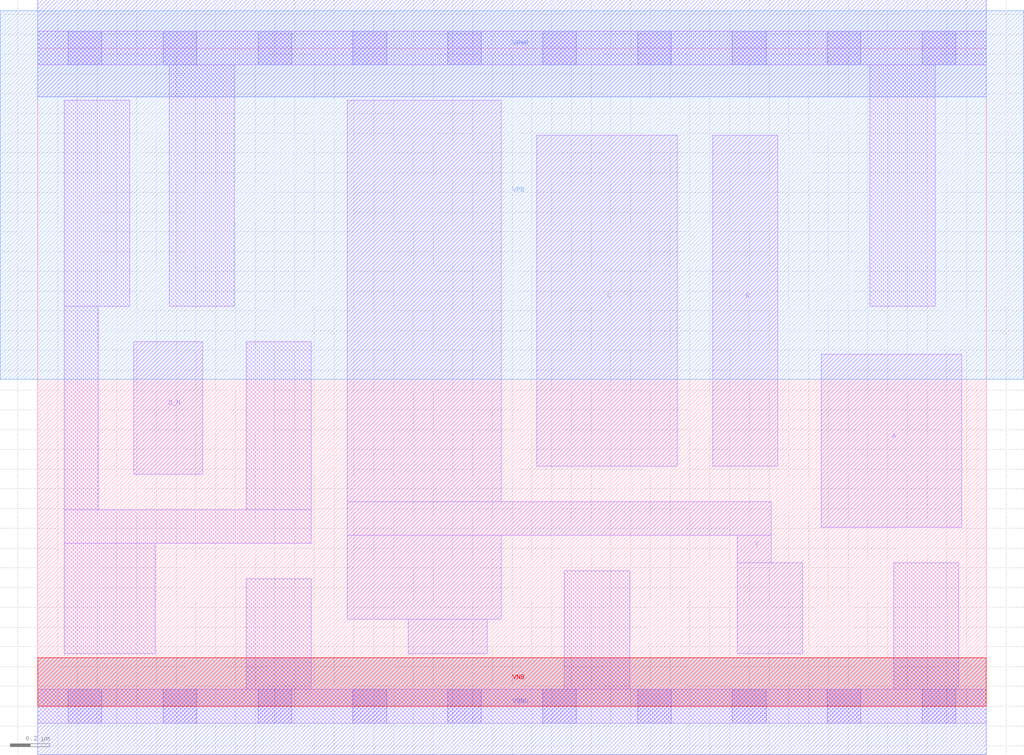
<source format=lef>
# Copyright 2020 The SkyWater PDK Authors
#
# Licensed under the Apache License, Version 2.0 (the "License");
# you may not use this file except in compliance with the License.
# You may obtain a copy of the License at
#
#     https://www.apache.org/licenses/LICENSE-2.0
#
# Unless required by applicable law or agreed to in writing, software
# distributed under the License is distributed on an "AS IS" BASIS,
# WITHOUT WARRANTIES OR CONDITIONS OF ANY KIND, either express or implied.
# See the License for the specific language governing permissions and
# limitations under the License.
#
# SPDX-License-Identifier: Apache-2.0

VERSION 5.7 ;
  NOWIREEXTENSIONATPIN ON ;
  DIVIDERCHAR "/" ;
  BUSBITCHARS "[]" ;
MACRO sky130_fd_sc_lp__nor4b_lp
  CLASS CORE ;
  FOREIGN sky130_fd_sc_lp__nor4b_lp ;
  ORIGIN  0.000000  0.000000 ;
  SIZE  4.800000 BY  3.330000 ;
  SYMMETRY X Y R90 ;
  SITE unit ;
  PIN A
    ANTENNAGATEAREA  0.376000 ;
    DIRECTION INPUT ;
    USE SIGNAL ;
    PORT
      LAYER li1 ;
        RECT 3.965000 0.905000 4.675000 1.780000 ;
    END
  END A
  PIN B
    ANTENNAGATEAREA  0.376000 ;
    DIRECTION INPUT ;
    USE SIGNAL ;
    PORT
      LAYER li1 ;
        RECT 3.415000 1.215000 3.745000 2.890000 ;
    END
  END B
  PIN C
    ANTENNAGATEAREA  0.376000 ;
    DIRECTION INPUT ;
    USE SIGNAL ;
    PORT
      LAYER li1 ;
        RECT 2.525000 1.215000 3.235000 2.890000 ;
    END
  END C
  PIN D_N
    ANTENNAGATEAREA  0.376000 ;
    DIRECTION INPUT ;
    USE SIGNAL ;
    PORT
      LAYER li1 ;
        RECT 0.485000 1.175000 0.835000 1.845000 ;
    END
  END D_N
  PIN Y
    ANTENNADIFFAREA  0.635200 ;
    DIRECTION OUTPUT ;
    USE SIGNAL ;
    PORT
      LAYER li1 ;
        RECT 1.565000 0.440000 2.345000 0.865000 ;
        RECT 1.565000 0.865000 3.710000 1.035000 ;
        RECT 1.565000 1.035000 2.345000 3.065000 ;
        RECT 1.875000 0.265000 2.275000 0.440000 ;
        RECT 3.540000 0.265000 3.870000 0.725000 ;
        RECT 3.540000 0.725000 3.710000 0.865000 ;
    END
  END Y
  PIN VGND
    DIRECTION INOUT ;
    USE GROUND ;
    PORT
      LAYER met1 ;
        RECT 0.000000 -0.245000 4.800000 0.245000 ;
    END
  END VGND
  PIN VNB
    DIRECTION INOUT ;
    USE GROUND ;
    PORT
      LAYER pwell ;
        RECT 0.000000 0.000000 4.800000 0.245000 ;
    END
  END VNB
  PIN VPB
    DIRECTION INOUT ;
    USE POWER ;
    PORT
      LAYER nwell ;
        RECT -0.190000 1.655000 4.990000 3.520000 ;
    END
  END VPB
  PIN VPWR
    DIRECTION INOUT ;
    USE POWER ;
    PORT
      LAYER met1 ;
        RECT 0.000000 3.085000 4.800000 3.575000 ;
    END
  END VPWR
  OBS
    LAYER li1 ;
      RECT 0.000000 -0.085000 4.800000 0.085000 ;
      RECT 0.000000  3.245000 4.800000 3.415000 ;
      RECT 0.135000  0.265000 0.595000 0.825000 ;
      RECT 0.135000  0.825000 1.385000 0.995000 ;
      RECT 0.135000  0.995000 0.305000 2.025000 ;
      RECT 0.135000  2.025000 0.465000 3.065000 ;
      RECT 0.665000  2.025000 0.995000 3.245000 ;
      RECT 1.055000  0.085000 1.385000 0.645000 ;
      RECT 1.055000  0.995000 1.385000 1.845000 ;
      RECT 2.665000  0.085000 2.995000 0.685000 ;
      RECT 4.210000  2.025000 4.540000 3.245000 ;
      RECT 4.330000  0.085000 4.660000 0.725000 ;
    LAYER mcon ;
      RECT 0.155000 -0.085000 0.325000 0.085000 ;
      RECT 0.155000  3.245000 0.325000 3.415000 ;
      RECT 0.635000 -0.085000 0.805000 0.085000 ;
      RECT 0.635000  3.245000 0.805000 3.415000 ;
      RECT 1.115000 -0.085000 1.285000 0.085000 ;
      RECT 1.115000  3.245000 1.285000 3.415000 ;
      RECT 1.595000 -0.085000 1.765000 0.085000 ;
      RECT 1.595000  3.245000 1.765000 3.415000 ;
      RECT 2.075000 -0.085000 2.245000 0.085000 ;
      RECT 2.075000  3.245000 2.245000 3.415000 ;
      RECT 2.555000 -0.085000 2.725000 0.085000 ;
      RECT 2.555000  3.245000 2.725000 3.415000 ;
      RECT 3.035000 -0.085000 3.205000 0.085000 ;
      RECT 3.035000  3.245000 3.205000 3.415000 ;
      RECT 3.515000 -0.085000 3.685000 0.085000 ;
      RECT 3.515000  3.245000 3.685000 3.415000 ;
      RECT 3.995000 -0.085000 4.165000 0.085000 ;
      RECT 3.995000  3.245000 4.165000 3.415000 ;
      RECT 4.475000 -0.085000 4.645000 0.085000 ;
      RECT 4.475000  3.245000 4.645000 3.415000 ;
  END
END sky130_fd_sc_lp__nor4b_lp
END LIBRARY

</source>
